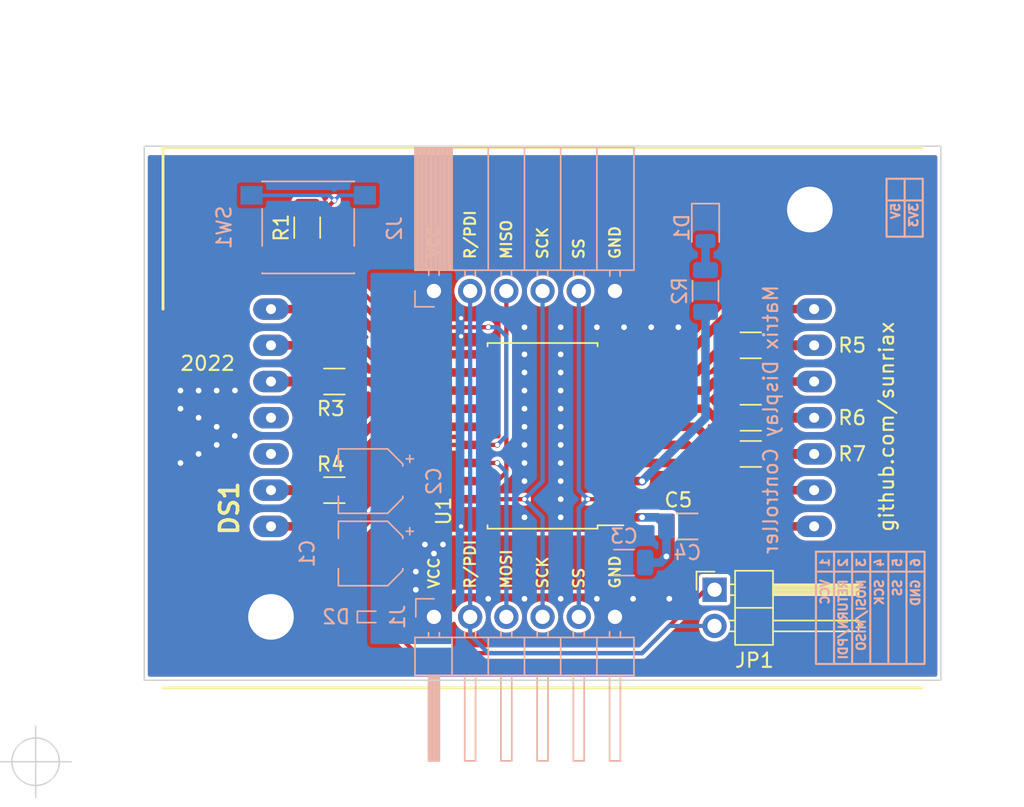
<source format=kicad_pcb>
(kicad_pcb (version 20211014) (generator pcbnew)
  (title_block (title "Matrix Display Controller") (date "2022-02-11") (rev "1.0") (company "g.raf^engineering"))
  (layers (0 "F.Cu" signal) (31 "B.Cu" signal) (34 "B.Paste" user) (35 "F.Paste" user) (36 "B.SilkS" user "B.Silkscreen") (37 "F.SilkS" user "F.Silkscreen") (38 "B.Mask" user) (39 "F.Mask" user) (44 "Edge.Cuts" user))
  (net 0 "")
  (net 1 "VCC")
  (net 2 "/RESET")
  (net 3 "/MOSI")
  (net 4 "/SCK")
  (net 5 "/SS")
  (net 6 "GND")
  (net 7 "/MISO")
  (net 8 "/UPDI")
  (net 9 "Net-(R1-Pad2)")
  (net 10 "Net-(DS1-Pad13)")
  (net 12 "/R7")
  (net 14 "Net-(DS1-Pad3)")
  (net 15 "Net-(DS1-Pad6)")
  (net 16 "/C2")
  (net 17 "/C5")
  (net 18 "/R6")
  (net 19 "/R2")
  (net 20 "/R3")
  (net 21 "/R1")
  (net 22 "Net-(DS1-Pad10)")
  (net 23 "Net-(DS1-Pad11)")
  (net 24 "/R4")
  (net 25 "/R5")
  (net 26 "Net-(D1-Pad2)")
  (net 27 "/C3")
  (net 28 "/C1")
  (net 29 "/C4")
  (net 30 "Net-(R2-Pad2)")
  (footprint "Resistor_SMD:R_1206_3216Metric" (layer "F.Cu") (at 169.545 90.17)
    (fp_text reference "R5" (at 7.112 0) (layer "F.SilkS"))
    (fp_text value "0")
    (fp_line (start -0.727064 -0.91) (end 0.727064 -0.91) (layer "F.SilkS") (width 0.12))
    (fp_line (start -0.727064 0.91) (end 0.727064 0.91) (layer "F.SilkS") (width 0.12))
    (pad "1" smd roundrect locked (at -1.4625 0) (size 1.125 1.75) (layers "F.Cu" "F.Paste" "F.Mask") (roundrect_rratio 0.2222222222) (net 28 "/C1"))
    (pad "2" smd roundrect locked (at 1.4625 0) (size 1.125 1.75) (layers "F.Cu" "F.Paste" "F.Mask") (roundrect_rratio 0.2222222222) (net 10 "Net-(DS1-Pad13)"))
  )
  (footprint "Connector_PinHeader_2.54mm:PinHeader_1x02_P2.54mm_Horizontal" (layer "F.Cu") (at 167.005 107.315)
    (fp_text reference "JP1" (at 2.794 4.953 180) (layer "F.SilkS"))
    (fp_text value " ")
    (fp_line (start 1.44 -1.33) (end 1.44 3.87) (layer "F.SilkS") (width 0.12))
    (fp_line (start -1.27 0) (end -1.27 -1.27) (layer "F.SilkS") (width 0.12))
    (fp_line (start 4.1 2.16) (end 10.1 2.16) (layer "F.SilkS") (width 0.12))
    (fp_line (start 10.1 0.38) (end 4.1 0.38) (layer "F.SilkS") (width 0.12))
    (fp_line (start 10.1 2.16) (end 10.1 2.92) (layer "F.SilkS") (width 0.12))
    (fp_line (start 1.11 -0.38) (end 1.44 -0.38) (layer "F.SilkS") (width 0.12))
    (fp_line (start 1.042929 2.92) (end 1.44 2.92) (layer "F.SilkS") (width 0.12))
    (fp_line (start 4.1 -0.08) (end 10.1 -0.08) (layer "F.SilkS") (width 0.12))
    (fp_line (start 4.1 3.87) (end 4.1 -1.33) (layer "F.SilkS") (width 0.12))
    (fp_line (start 10.1 -0.38) (end 10.1 0.38) (layer "F.SilkS") (width 0.12))
    (fp_line (start -1.27 -1.27) (end 0 -1.27) (layer "F.SilkS") (width 0.12))
    (fp_line (start 1.44 1.27) (end 4.1 1.27) (layer "F.SilkS") (width 0.12))
    (fp_line (start 1.042929 2.16) (end 1.44 2.16) (layer "F.SilkS") (width 0.12))
    (fp_line (start 10.1 2.92) (end 4.1 2.92) (layer "F.SilkS") (width 0.12))
    (fp_line (start 4.1 -0.2) (end 10.1 -0.2) (layer "F.SilkS") (width 0.12))
    (fp_line (start 4.1 -1.33) (end 1.44 -1.33) (layer "F.SilkS") (width 0.12))
    (fp_line (start 4.1 0.16) (end 10.1 0.16) (layer "F.SilkS") (width 0.12))
    (fp_line (start 4.1 -0.38) (end 10.1 -0.38) (layer "F.SilkS") (width 0.12))
    (fp_line (start 4.1 0.04) (end 10.1 0.04) (layer "F.SilkS") (width 0.12))
    (fp_line (start 4.1 0.28) (end 10.1 0.28) (layer "F.SilkS") (width 0.12))
    (fp_line (start 1.44 3.87) (end 4.1 3.87) (layer "F.SilkS") (width 0.12))
    (fp_line (start 1.11 0.38) (end 1.44 0.38) (layer "F.SilkS") (width 0.12))
    (fp_line (start 4.1 -0.32) (end 10.1 -0.32) (layer "F.SilkS") (width 0.12))
    (pad "1" thru_hole rect locked (at 0 0) (size 1.7 1.7) (drill 1) (layers *.Cu *.Mask) (net 2 "/RESET"))
    (pad "2" thru_hole oval locked (at 0 2.54) (size 1.7 1.7) (drill 1) (layers *.Cu *.Mask) (net 8 "/UPDI"))
  )
  (footprint "MountingHole:MountingHole_3.2mm_M3_DIN965_Pad" (layer "F.Cu") (at 135.89 109.22)
    (fp_text reference "H1" hide)
    (fp_text value " ")
    (pad "1" thru_hole circle locked (at 0 0) (size 5.6 5.6) (drill 3.2) (layers *.Cu *.Mask) (net 6 "GND"))
  )
  (footprint "Resistor_SMD:R_1206_3216Metric" (layer "F.Cu") (at 140.335 92.71)
    (fp_text reference "R3" (at -0.254 1.905) (layer "F.SilkS"))
    (fp_text value "0")
    (fp_line (start -0.727064 0.91) (end 0.727064 0.91) (layer "F.SilkS") (width 0.12))
    (fp_line (start -0.727064 -0.91) (end 0.727064 -0.91) (layer "F.SilkS") (width 0.12))
    (pad "1" smd roundrect locked (at -1.4625 0) (size 1.125 1.75) (layers "F.Cu" "F.Paste" "F.Mask") (roundrect_rratio 0.2222222222) (net 14 "Net-(DS1-Pad3)"))
    (pad "2" smd roundrect locked (at 1.4625 0) (size 1.125 1.75) (layers "F.Cu" "F.Paste" "F.Mask") (roundrect_rratio 0.2222222222) (net 16 "/C2"))
  )
  (footprint "Capacitor_SMD:C_1206_3216Metric" (layer "F.Cu") (at 165.1 102.87)
    (fp_text reference "C5" (at -0.635 -1.85) (layer "F.SilkS"))
    (fp_text value "10n")
    (fp_line (start -0.711252 -0.91) (end 0.711252 -0.91) (layer "F.SilkS") (width 0.12))
    (fp_line (start -0.711252 0.91) (end 0.711252 0.91) (layer "F.SilkS") (width 0.12))
    (pad "1" smd roundrect (at -1.475 0) (size 1.15 1.8) (layers "F.Cu" "F.Paste" "F.Mask") (roundrect_rratio 0.2173913043) (net 1 "VCC"))
    (pad "2" smd roundrect (at 1.475 0) (size 1.15 1.8) (layers "F.Cu" "F.Paste" "F.Mask") (roundrect_rratio 0.2173913043) (net 6 "GND"))
  )
  (footprint "TA20-11SRWA:DIPS3810W50P254L3765H870Q14N" (layer "F.Cu") (at 135.89 87.63)
    (fp_text reference "DS1" (at -2.921 13.97 90) (layer "F.SilkS") (effects (font (size 1.27 1.27) (thickness 0.254))))
    (fp_text value "TA20-11SRWA" hide)
    (fp_line (start -7.575 -11.33) (end -7.575 0) (layer "F.SilkS") (width 0.2))
    (fp_line (start 45.675 -11.33) (end -7.575 -11.33) (layer "F.SilkS") (width 0.2))
    (fp_line (start -7.575 26.57) (end 45.675 26.57) (layer "F.SilkS") (width 0.2))
    (pad "1" thru_hole oval locked (at 0 0) (size 2.5 1.5) (drill 0.7) (layers *.Cu *.Mask) (net 25 "/R5"))
    (pad "2" thru_hole oval locked (at 0 2.54) (size 2.5 1.5) (drill 0.7) (layers *.Cu *.Mask) (net 12 "/R7"))
    (pad "3" thru_hole oval locked (at 0 5.08) (size 2.5 1.5) (drill 0.7) (layers *.Cu *.Mask) (net 14 "Net-(DS1-Pad3)"))
    (pad "4" thru_hole oval locked (at 0 7.62) (size 2.5 1.5) (drill 0.7) (layers *.Cu *.Mask))
    (pad "5" thru_hole oval locked (at 0 10.16) (size 2.5 1.5) (drill 0.7) (layers *.Cu *.Mask))
    (pad "6" thru_hole oval locked (at 0 12.7) (size 2.5 1.5) (drill 0.7) (layers *.Cu *.Mask) (net 15 "Net-(DS1-Pad6)"))
    (pad "7" thru_hole oval locked (at 0 15.24) (size 2.5 1.5) (drill 0.7) (layers *.Cu *.Mask) (net 18 "/R6"))
    (pad "8" thru_hole oval locked (at 38.1 15.24) (size 2.5 1.5) (drill 0.7) (layers *.Cu *.Mask) (net 20 "/R3"))
    (pad "9" thru_hole oval locked (at 38.1 12.7) (size 2.5 1.5) (drill 0.7) (layers *.Cu *.Mask) (net 21 "/R1"))
    (pad "10" thru_hole oval locked (at 38.1 10.16) (size 2.5 1.5) (drill 0.7) (layers *.Cu *.Mask) (net 22 "Net-(DS1-Pad10)"))
    (pad "11" thru_hole oval locked (at 38.1 7.62) (size 2.5 1.5) (drill 0.7) (layers *.Cu *.Mask) (net 23 "Net-(DS1-Pad11)"))
    (pad "12" thru_hole oval locked (at 38.1 5.08) (size 2.5 1.5) (drill 0.7) (layers *.Cu *.Mask) (net 24 "/R4"))
    (pad "13" thru_hole oval locked (at 38.1 2.54) (size 2.5 1.5) (drill 0.7) (layers *.Cu *.Mask) (net 10 "Net-(DS1-Pad13)"))
    (pad "14" thru_hole oval locked (at 38.1 0) (size 2.5 1.5) (drill 0.7) (layers *.Cu *.Mask) (net 19 "/R2"))
  )
  (footprint "MountingHole:MountingHole_3.2mm_M3_DIN965_Pad" (layer "F.Cu") (at 173.69 80.645)
    (fp_text reference "H2" hide)
    (fp_text value " ")
    (pad "1" thru_hole circle locked (at 0 0) (size 5.6 5.6) (drill 3.2) (layers *.Cu *.Mask) (net 6 "GND"))
  )
  (footprint "Package_SO:SOIC-20W_7.5x12.8mm_P1.27mm" (layer "F.Cu") (at 154.94 96.52 180)
    (fp_text reference "U1" (at 6.94 -5.28 270) (layer "F.SilkS"))
    (fp_text value "ATtiny406-S" hide)
    (fp_line (start -3.86 -6.51) (end -3.86 -6.275) (layer "F.SilkS") (width 0.12))
    (fp_line (start 3.86 6.51) (end 3.86 6.275) (layer "F.SilkS") (width 0.12))
    (fp_line (start -3.86 6.51) (end -3.86 6.275) (layer "F.SilkS") (width 0.12))
    (fp_line (start -3.86 -6.275) (end -5.675 -6.275) (layer "F.SilkS") (width 0.12))
    (fp_line (start 0 -6.51) (end -3.86 -6.51) (layer "F.SilkS") (width 0.12))
    (fp_line (start 0 6.51) (end -3.86 6.51) (layer "F.SilkS") (width 0.12))
    (fp_line (start 0 -6.51) (end 3.86 -6.51) (layer "F.SilkS") (width 0.12))
    (fp_line (start 0 6.51) (end 3.86 6.51) (layer "F.SilkS") (width 0.12))
    (fp_line (start 3.86 -6.51) (end 3.86 -6.275) (layer "F.SilkS") (width 0.12))
    (pad "1" smd roundrect locked (at -4.65 -5.715 180) (size 2.05 0.6) (layers "F.Cu" "F.Paste" "F.Mask") (net 1 "VCC"))
    (pad "2" smd roundrect locked (at -4.65 -4.445 180) (size 2.05 0.6) (layers "F.Cu" "F.Paste" "F.Mask") (net 5 "/SS"))
    (pad "3" smd roundrect locked (at -4.65 -3.175 180) (size 2.05 0.6) (layers "F.Cu" "F.Paste" "F.Mask") (net 30 "Net-(R2-Pad2)"))
    (pad "4" smd roundrect locked (at -4.65 -1.905 180) (size 2.05 0.6) (layers "F.Cu" "F.Paste" "F.Mask") (net 20 "/R3"))
    (pad "5" smd roundrect locked (at -4.65 -0.635 180) (size 2.05 0.6) (layers "F.Cu" "F.Paste" "F.Mask") (net 21 "/R1"))
    (pad "6" smd roundrect locked (at -4.65 0.635 180) (size 2.05 0.6) (layers "F.Cu" "F.Paste" "F.Mask") (net 29 "/C4"))
    (pad "7" smd roundrect locked (at -4.65 1.905 180) (size 2.05 0.6) (layers "F.Cu" "F.Paste" "F.Mask") (net 27 "/C3"))
    (pad "8" smd roundrect locked (at -4.65 3.175 180) (size 2.05 0.6) (layers "F.Cu" "F.Paste" "F.Mask") (net 24 "/R4"))
    (pad "9" smd roundrect locked (at -4.65 4.445 180) (size 2.05 0.6) (layers "F.Cu" "F.Paste" "F.Mask") (net 28 "/C1"))
    (pad "10" smd roundrect locked (at -4.65 5.715 180) (size 2.05 0.6) (layers "F.Cu" "F.Paste" "F.Mask") (net 19 "/R2"))
    (pad "11" smd roundrect locked (at 4.65 5.715 180) (size 2.05 0.6) (layers "F.Cu" "F.Paste" "F.Mask") (net 25 "/R5"))
    (pad "12" smd roundrect locked (at 4.65 4.445 180) (size 2.05 0.6) (layers "F.Cu" "F.Paste" "F.Mask") (net 12 "/R7"))
    (pad "13" smd roundrect locked (at 4.65 3.175 180) (size 2.05 0.6) (layers "F.Cu" "F.Paste" "F.Mask") (net 16 "/C2"))
    (pad "14" smd roundrect locked (at 4.65 1.905 180) (size 2.05 0.6) (layers "F.Cu" "F.Paste" "F.Mask") (net 17 "/C5"))
    (pad "15" smd roundrect locked (at 4.65 0.635 180) (size 2.05 0.6) (layers "F.Cu" "F.Paste" "F.Mask") (net 18 "/R6"))
    (pad "16" smd roundrect locked (at 4.65 -0.635 180) (size 2.05 0.6) (layers "F.Cu" "F.Paste" "F.Mask") (net 2 "/RESET"))
    (pad "17" smd roundrect locked (at 4.65 -1.905 180) (size 2.05 0.6) (layers "F.Cu" "F.Paste" "F.Mask") (net 3 "/MOSI"))
    (pad "18" smd roundrect locked (at 4.65 -3.175 180) (size 2.05 0.6) (layers "F.Cu" "F.Paste" "F.Mask") (net 7 "/MISO"))
    (pad "19" smd roundrect locked (at 4.65 -4.445 180) (size 2.05 0.6) (layers "F.Cu" "F.Paste" "F.Mask") (net 4 "/SCK"))
    (pad "20" smd roundrect locked (at 4.65 -5.715 180) (size 2.05 0.6) (layers "F.Cu" "F.Paste" "F.Mask") (net 6 "GND"))
  )
  (footprint "Resistor_SMD:R_1206_3216Metric" (layer "F.Cu") (at 140.335 100.33)
    (fp_text reference "R4" (at -0.254 -1.82) (layer "F.SilkS"))
    (fp_text value "0")
    (fp_line (start -0.727064 -0.91) (end 0.727064 -0.91) (layer "F.SilkS") (width 0.12))
    (fp_line (start -0.727064 0.91) (end 0.727064 0.91) (layer "F.SilkS") (width 0.12))
    (pad "1" smd roundrect locked (at -1.4625 0) (size 1.125 1.75) (layers "F.Cu" "F.Paste" "F.Mask") (roundrect_rratio 0.2222222222) (net 15 "Net-(DS1-Pad6)"))
    (pad "2" smd roundrect locked (at 1.4625 0) (size 1.125 1.75) (layers "F.Cu" "F.Paste" "F.Mask") (roundrect_rratio 0.2222222222) (net 17 "/C5"))
  )
  (footprint "Resistor_SMD:R_1206_3216Metric" (layer "F.Cu") (at 138.43 81.915 90)
    (fp_text reference "R1" (at 0 -1.82 90) (layer "F.SilkS"))
    (fp_text value "330")
    (fp_line (start -0.727064 -0.91) (end 0.727064 -0.91) (layer "F.SilkS") (width 0.12))
    (fp_line (start -0.727064 0.91) (end 0.727064 0.91) (layer "F.SilkS") (width 0.12))
    (pad "1" smd roundrect locked (at -1.4625 0 90) (size 1.125 1.75) (layers "F.Cu" "F.Paste" "F.Mask") (roundrect_rratio 0.2222222222) (net 2 "/RESET"))
    (pad "2" smd roundrect locked (at 1.4625 0 90) (size 1.125 1.75) (layers "F.Cu" "F.Paste" "F.Mask") (roundrect_rratio 0.2222222222) (net 9 "Net-(R1-Pad2)"))
  )
  (footprint "Resistor_SMD:R_1206_3216Metric" (layer "F.Cu") (at 169.545 95.25 180)
    (fp_text reference "R6" (at -7.112 0) (layer "F.SilkS"))
    (fp_text value "0")
    (fp_line (start -0.727064 -0.91) (end 0.727064 -0.91) (layer "F.SilkS") (width 0.12))
    (fp_line (start -0.727064 0.91) (end 0.727064 0.91) (layer "F.SilkS") (width 0.12))
    (pad "1" smd roundrect locked (at -1.4625 0 180) (size 1.125 1.75) (layers "F.Cu" "F.Paste" "F.Mask") (roundrect_rratio 0.2222222222) (net 23 "Net-(DS1-Pad11)"))
    (pad "2" smd roundrect locked (at 1.4625 0 180) (size 1.125 1.75) (layers "F.Cu" "F.Paste" "F.Mask") (roundrect_rratio 0.2222222222) (net 27 "/C3"))
  )
  (footprint "Resistor_SMD:R_1206_3216Metric" (layer "F.Cu") (at 169.545 97.79)
    (fp_text reference "R7" (at 7.112 0) (layer "F.SilkS"))
    (fp_text value "0")
    (fp_line (start -0.727064 -0.91) (end 0.727064 -0.91) (layer "F.SilkS") (width 0.12))
    (fp_line (start -0.727064 0.91) (end 0.727064 0.91) (layer "F.SilkS") (width 0.12))
    (pad "1" smd roundrect locked (at -1.4625 0) (size 1.125 1.75) (layers "F.Cu" "F.Paste" "F.Mask") (roundrect_rratio 0.2222222222) (net 29 "/C4"))
    (pad "2" smd roundrect locked (at 1.4625 0) (size 1.125 1.75) (layers "F.Cu" "F.Paste" "F.Mask") (roundrect_rratio 0.2222222222) (net 22 "Net-(DS1-Pad10)"))
  )
  (footprint "Capacitor_SMD:C_1206_3216Metric" (layer "B.Cu") (at 165.1 102.87)
    (fp_text reference "C4" (at 0 1.85) (layer "B.SilkS") (effects (justify mirror)))
    (fp_text value "100n")
    (fp_line (start -0.711252 -0.91) (end 0.711252 -0.91) (layer "B.SilkS") (width 0.12))
    (fp_line (start -0.711252 0.91) (end 0.711252 0.91) (layer "B.SilkS") (width 0.12))
    (pad "1" smd roundrect locked (at -1.475 0) (size 1.15 1.8) (layers "B.Cu" "B.Paste" "B.Mask") (roundrect_rratio 0.2173913043) (net 1 "VCC"))
    (pad "2" smd roundrect locked (at 1.475 0) (size 1.15 1.8) (layers "B.Cu" "B.Paste" "B.Mask") (roundrect_rratio 0.2173913043) (net 6 "GND"))
  )
  (footprint "LED_SMD:LED_0805_2012Metric" (layer "B.Cu") (at 166.37 81.915 -90)
    (fp_text reference "D1" (at 0 1.65 90) (layer "B.SilkS") (effects (justify mirror)))
    (fp_text value "LED")
    (fp_line (start 1 0.96) (end -1.685 0.96) (layer "B.SilkS") (width 0.12))
    (fp_line (start -1.685 -0.96) (end 1 -0.96) (layer "B.SilkS") (width 0.12))
    (fp_line (start -1.685 0.96) (end -1.685 -0.96) (layer "B.SilkS") (width 0.12))
    (pad "1" smd roundrect locked (at -0.9375 0 270) (size 0.975 1.4) (layers "B.Cu" "B.Paste" "B.Mask") (net 6 "GND"))
    (pad "2" smd roundrect locked (at 0.9375 0 270) (size 0.975 1.4) (layers "B.Cu" "B.Paste" "B.Mask") (net 26 "Net-(D1-Pad2)"))
  )
  (footprint "Resistor_SMD:R_1206_3216Metric" (layer "B.Cu") (at 166.37 86.36 -90)
    (fp_text reference "R2" (at 0 1.82 90) (layer "B.SilkS") (effects (justify mirror)))
    (fp_text value "140")
    (fp_line (start -0.727064 0.91) (end 0.727064 0.91) (layer "B.SilkS") (width 0.12))
    (fp_line (start -0.727064 -0.91) (end 0.727064 -0.91) (layer "B.SilkS") (width 0.12))
    (pad "1" smd roundrect locked (at -1.4625 0 270) (size 1.125 1.75) (layers "B.Cu" "B.Paste" "B.Mask") (roundrect_rratio 0.2222222222) (net 26 "Net-(D1-Pad2)"))
    (pad "2" smd roundrect locked (at 1.4625 0 270) (size 1.125 1.75) (layers "B.Cu" "B.Paste" "B.Mask") (roundrect_rratio 0.2222222222) (net 30 "Net-(R2-Pad2)"))
  )
  (footprint "Button_Switch_SMD:SW_Push_1P1T_NO_6x6mm_H9.5mm" (layer "B.Cu") (at 138.5 81.9)
    (fp_text reference "SW1" (at -5.9 0 90) (layer "B.SilkS") (effects (justify mirror)))
    (fp_text value "SW_Push")
    (fp_line (start 3.23 1.3) (end 3.23 -1.3) (layer "B.SilkS") (width 0.12))
    (fp_line (start 3.23 3.23) (end 3.23 3.2) (layer "B.SilkS") (width 0.12))
    (fp_line (start -3.23 -3.23) (end -3.23 -3.2) (layer "B.SilkS") (width 0.12))
    (fp_line (start 3.23 -3.23) (end 3.23 -3.2) (layer "B.SilkS") (width 0.12))
    (fp_line (start -3.23 -3.23) (end 3.23 -3.23) (layer "B.SilkS") (width 0.12))
    (fp_line (start -3.23 3.23) (end 3.23 3.23) (layer "B.SilkS") (width 0.12))
    (fp_line (start -3.23 3.2) (end -3.23 3.23) (layer "B.SilkS") (width 0.12))
    (fp_line (start -3.23 1.3) (end -3.23 -1.3) (layer "B.SilkS") (width 0.12))
    (pad "1" smd rect (at 3.975 2.25) (size 1.55 1.3) (layers "B.Cu" "B.Paste" "B.Mask") (net 6 "GND"))
    (pad "1" smd rect (at -3.975 2.25) (size 1.55 1.3) (layers "B.Cu" "B.Paste" "B.Mask") (net 6 "GND"))
    (pad "2" smd rect (at 3.975 -2.25) (size 1.55 1.3) (layers "B.Cu" "B.Paste" "B.Mask") (net 9 "Net-(R1-Pad2)"))
    (pad "2" smd rect (at -3.975 -2.25) (size 1.55 1.3) (layers "B.Cu" "B.Paste" "B.Mask") (net 9 "Net-(R1-Pad2)"))
  )
  (footprint "Capacitor_SMD:CP_Elec_4x5.8" (layer "B.Cu") (at 142.875 99.695 180)
    (fp_text reference "C2" (at -4.445 0 90) (layer "B.SilkS") (effects (justify mirror)))
    (fp_text value "10u")
    (fp_line (start -1.195563 -2.26) (end 2.26 -2.26) (layer "B.SilkS") (width 0.12))
    (fp_line (start -2.26 1.195563) (end -2.26 1.06) (layer "B.SilkS") (width 0.12))
    (fp_line (start 2.26 2.26) (end 2.26 1.06) (layer "B.SilkS") (width 0.12))
    (fp_line (start -2.26 -1.195563) (end -2.26 -1.06) (layer "B.SilkS") (width 0.12))
    (fp_line (start -2.26 -1.195563) (end -1.195563 -2.26) (layer "B.SilkS") (width 0.12))
    (fp_line (start -3 1.56) (end -2.5 1.56) (layer "B.SilkS") (width 0.12))
    (fp_line (start -2.75 1.81) (end -2.75 1.31) (layer "B.SilkS") (width 0.12))
    (fp_line (start -1.195563 2.26) (end 2.26 2.26) (layer "B.SilkS") (width 0.12))
    (fp_line (start -2.26 1.195563) (end -1.195563 2.26) (layer "B.SilkS") (width 0.12))
    (fp_line (start 2.26 -2.26) (end 2.26 -1.06) (layer "B.SilkS") (width 0.12))
    (pad "1" smd roundrect locked (at -1.8 0 180) (size 2.6 1.6) (layers "B.Cu" "B.Paste" "B.Mask") (roundrect_rratio 0.15625) (net 1 "VCC"))
    (pad "2" smd roundrect locked (at 1.8 0 180) (size 2.6 1.6) (layers "B.Cu" "B.Paste" "B.Mask") (roundrect_rratio 0.15625) (net 6 "GND"))
  )
  (footprint "Connector_PinSocket_2.54mm:PinSocket_1x06_P2.54mm_Horizontal" (layer "B.Cu") (at 147.32 86.36 -90)
    (fp_text reference "J2" (at -4.38 2.77 90) (layer "B.SilkS") (effects (justify mirror)))
    (fp_text value "Conn_01x06_Female")
    (fp_line (start -10.09 -3.81) (end -1.46 -3.81) (layer "B.SilkS") (width 0.12))
    (fp_line (start -10.09 1.33) (end -10.09 -14.03) (layer "B.SilkS") (width 0.12))
    (fp_line (start -1.46 -0.36) (end -1.11 -0.36) (layer "B.SilkS") (width 0.12))
    (fp_line (start -1.46 -9.8) (end -1.05 -9.8) (layer "B.SilkS") (width 0.12))
    (fp_line (start -10.09 -14.03) (end -1.46 -14.03) (layer "B.SilkS") (width 0.12))
    (fp_line (start -10.09 -0.44333) (end -1.46 -0.44333) (layer "B.SilkS") (width 0.12))
    (fp_line (start -1.46 -12.34) (end -1.05 -12.34) (layer "B.SilkS") (width 0.12))
    (fp_line (start -10.09 -6.35) (end -1.46 -6.35) (layer "B.SilkS") (width 0.12))
    (fp_line (start -1.46 -7.98) (end -1.05 -7.98) (layer "B.SilkS") (width 0.12))
    (fp_line (start -1.46 -7.26) (end -1.05 -7.26) (layer "B.SilkS") (width 0.12))
    (fp_line (start -10.09 -1.1519) (end -1.46 -1.1519) (layer "B.SilkS") (width 0.12))
    (fp_line (start -1.46 -13.06) (end -1.05 -13.06) (layer "B.SilkS") (width 0.12))
    (fp_line (start -10.09 0.147145) (end -1.46 0.147145) (layer "B.SilkS") (width 0.12))
    (fp_line (start -10.09 0.383335) (end -1.46 0.383335) (layer "B.SilkS") (width 0.12))
    (fp_line (start -1.46 -2.9) (end -1.05 -2.9) (layer "B.SilkS") (width 0.12))
    (fp_line (start -1.46 -2.18) (end -1.05 -2.18) (layer "B.SilkS") (width 0.12))
    (fp_line (start -10.09 0.619525) (end -1.46 0.619525) (layer "B.SilkS") (width 0.12))
    (fp_line (start -10.09 -1.27) (end -1.46 -1.27) (layer "B.SilkS") (width 0.12))
    (fp_line (start -10.09 0.855715) (end -1.46 0.855715) (layer "B.SilkS") (width 0.12))
    (fp_line (start -1.46 -5.44) (end -1.05 -5.44) (layer "B.SilkS") (width 0.12))
    (fp_line (start -10.09 0.97381) (end -1.46 0.97381) (layer "B.SilkS") (width 0.12))
    (fp_line (start -10.09 0.26524) (end -1.46 0.26524) (layer "B.SilkS") (width 0.12))
    (fp_line (start -10.09 -1.033805) (end -1.46 -1.033805) (layer "B.SilkS") (width 0.12))
    (fp_line (start 1.11 1.33) (end 1.11 0) (layer "B.SilkS") (width 0.12))
    (fp_line (start -10.09 0.50143) (end -1.46 0.50143) (layer "B.SilkS") (width 0.12))
    (fp_line (start -10.09 -0.91571) (end -1.46 -0.91571) (layer "B.SilkS") (width 0.12))
    (fp_line (start -10.09 0.02905) (end -1.46 0.02905) (layer "B.SilkS") (width 0.12))
    (fp_line (start -10.09 -8.89) (end -1.46 -8.89) (layer "B.SilkS") (width 0.12))
    (fp_line (start -10.09 0.73762) (end -1.46 0.73762) (layer "B.SilkS") (width 0.12))
    (fp_line (start -10.09 -0.67952) (end -1.46 -0.67952) (layer "B.SilkS") (width 0.12))
    (fp_line (start -1.46 0.36) (end -1.11 0.36) (layer "B.SilkS") (width 0.12))
    (fp_line (start -10.09 -0.089045) (end -1.46 -0.089045) (layer "B.SilkS") (width 0.12))
    (fp_line (start -1.46 -4.72) (end -1.05 -4.72) (layer "B.SilkS") (width 0.12))
    (fp_line (start -10.09 1.33) (end -1.46 1.33) (layer "B.SilkS") (width 0.12))
    (fp_line (start 0 1.33) (end 1.11 1.33) (layer "B.SilkS") (width 0.12))
    (fp_line (start -10.09 -0.325235) (end -1.46 -0.325235) (layer "B.SilkS") (width 0.12))
    (fp_line (start -10.09 1.091905) (end -1.46 1.091905) (layer "B.SilkS") (width 0.12))
    (fp_line (start -10.09 -0.561425) (end -1.46 -0.561425) (layer "B.SilkS") (width 0.12))
    (fp_line (start -1.46 1.33) (end -1.46 -14.03) (layer "B.SilkS") (width 0.12))
    (fp_line (start -10.09 1.21) (end -1.46 1.21) (layer "B.SilkS") (width 0.12))
    (fp_line (start -10.09 -0.797615) (end -1.46 -0.797615) (layer "B.SilkS") (width 0.12))
    (fp_line (start -10.09 -0.20714) (end -1.46 -0.20714) (layer "B.SilkS") (width 0.12))
    (fp_line (start -10.09 -11.43) (end -1.46 -11.43) (layer "B.SilkS") (width 0.12))
    (fp_line (start -1.46 -10.52) (end -1.05 -10.52) (layer "B.SilkS") (width 0.12))
    (pad "1" thru_hole rect locked (at 0 0 270) (size 1.7 1.7) (drill 1) (layers *.Cu *.Mask) (net 1 "VCC"))
    (pad "2" thru_hole oval locked (at 0 -2.54 270) (size 1.7 1.7) (drill 1) (layers *.Cu *.Mask) (net 8 "/UPDI"))
    (pad "3" thru_hole oval locked (at 0 -5.08 270) (size 1.7 1.7) (drill 1) (layers *.Cu *.Mask) (net 7 "/MISO"))
    (pad "4" thru_hole oval locked (at 0 -7.62 270) (size 1.7 1.7) (drill 1) (layers *.Cu *.Mask) (net 4 "/SCK"))
    (pad "5" thru_hole oval locked (at 0 -10.16 270) (size 1.7 1.7) (drill 1) (layers *.Cu *.Mask) (net 5 "/SS"))
    (pad "6" thru_hole oval locked (at 0 -12.7 270) (size 1.7 1.7) (drill 1) (layers *.Cu *.Mask) (net 6 "GND"))
  )
  (footprint "Capacitor_SMD:CP_Elec_4x5.8" (layer "B.Cu") (at 142.875 104.775 180)
    (fp_text reference "C1" (at 4.445 0 90) (layer "B.SilkS") (effects (justify mirror)))
    (fp_text value "10u")
    (fp_line (start -1.195563 -2.26) (end 2.26 -2.26) (layer "B.SilkS") (width 0.12))
    (fp_line (start -2.26 -1.195563) (end -1.195563 -2.26) (layer "B.SilkS") (width 0.12))
    (fp_line (start 2.26 -2.26) (end 2.26 -1.06) (layer "B.SilkS") (width 0.12))
    (fp_line (start -3 1.56) (end -2.5 1.56) (layer "B.SilkS") (width 0.12))
    (fp_line (start 2.26 2.26) (end 2.26 1.06) (layer "B.SilkS") (width 0.12))
    (fp_line (start -2.26 1.195563) (end -2.26 1.06) (layer "B.SilkS") (width 0.12))
    (fp_line (start -2.26 1.195563) (end -1.195563 2.26) (layer "B.SilkS") (width 0.12))
    (fp_line (start -1.195563 2.26) (end 2.26 2.26) (layer "B.SilkS") (width 0.12))
    (fp_line (start -2.75 1.81) (end -2.75 1.31) (layer "B.SilkS") (width 0.12))
    (fp_line (start -2.26 -1.195563) (end -2.26 -1.06) (layer "B.SilkS") (width 0.12))
    (pad "1" smd roundrect locked (at -1.8 0 180) (size 2.6 1.6) (layers "B.Cu" "B.Paste" "B.Mask") (roundrect_rratio 0.15625) (net 1 "VCC"))
    (pad "2" smd roundrect locked (at 1.8 0 180) (size 2.6 1.6) (layers "B.Cu" "B.Paste" "B.Mask") (roundrect_rratio 0.15625) (net 6 "GND"))
  )
  (footprint "Connector_PinHeader_2.54mm:PinHeader_1x06_P2.54mm_Horizontal" (layer "B.Cu") (at 147.32 109.22 -90)
    (fp_text reference "J1" (at 0 2.54 90) (layer "B.SilkS") (effects (justify mirror)))
    (fp_text value "Conn_01x06_Male")
    (fp_line (start 1.042929 -2.16) (end 1.44 -2.16) (layer "B.SilkS") (width 0.12))
    (fp_line (start 1.042929 -5.46) (end 1.44 -5.46) (layer "B.SilkS") (width 0.12))
    (fp_line (start -1.27 1.27) (end 0 1.27) (layer "B.SilkS") (width 0.12))
    (fp_line (start 10.1 -2.16) (end 10.1 -2.92) (layer "B.SilkS") (width 0.12))
    (fp_line (start 1.44 -11.43) (end 4.1 -11.43) (layer "B.SilkS") (width 0.12))
    (fp_line (start 4.1 -0.16) (end 10.1 -0.16) (layer "B.SilkS") (width 0.12))
    (fp_line (start 4.1 0.38) (end 10.1 0.38) (layer "B.SilkS") (width 0.12))
    (fp_line (start 10.1 -4.7) (end 10.1 -5.46) (layer "B.SilkS") (width 0.12))
    (fp_line (start 10.1 -0.38) (end 4.1 -0.38) (layer "B.SilkS") (width 0.12))
    (fp_line (start 1.44 -3.81) (end 4.1 -3.81) (layer "B.SilkS") (width 0.12))
    (fp_line (start 10.1 0.38) (end 10.1 -0.38) (layer "B.SilkS") (width 0.12))
    (fp_line (start 4.1 -14.03) (end 4.1 1.33) (layer "B.SilkS") (width 0.12))
    (fp_line (start 1.042929 -12.32) (end 1.44 -12.32) (layer "B.SilkS") (width 0.12))
    (fp_line (start 1.042929 -8) (end 1.44 -8) (layer "B.SilkS") (width 0.12))
    (fp_line (start 4.1 -9.78) (end 10.1 -9.78) (layer "B.SilkS") (width 0.12))
    (fp_line (start 1.042929 -4.7) (end 1.44 -4.7) (layer "B.SilkS") (width 0.12))
    (fp_line (start 4.1 -0.04) (end 10.1 -0.04) (layer "B.SilkS") (width 0.12))
    (fp_line (start 4.1 0.2) (end 10.1 0.2) (layer "B.SilkS") (width 0.12))
    (fp_line (start 1.44 -6.35) (end 4.1 -6.35) (layer "B.SilkS") (width 0.12))
    (fp_line (start -1.27 0) (end -1.27 1.27) (layer "B.SilkS") (width 0.12))
    (fp_line (start 4.1 -7.24) (end 10.1 -7.24) (layer "B.SilkS") (width 0.12))
    (fp_line (start 1.44 -8.89) (end 4.1 -8.89) (layer "B.SilkS") (width 0.12))
    (fp_line (start 1.042929 -13.08) (end 1.44 -13.08) (layer "B.SilkS") (width 0.12))
    (fp_line (start 4.1 -12.32) (end 10.1 -12.32) (layer "B.SilkS") (width 0.12))
    (fp_line (start 1.11 0.38) (end 1.44 0.38) (layer "B.SilkS") (width 0.12))
    (fp_line (start 4.1 -4.7) (end 10.1 -4.7) (layer "B.SilkS") (width 0.12))
    (fp_line (start 10.1 -9.78) (end 10.1 -10.54) (layer "B.SilkS") (width 0.12))
    (fp_line (start 4.1 1.33) (end 1.44 1.33) (layer "B.SilkS") (width 0.12))
    (fp_line (start 10.1 -5.46) (end 4.1 -5.46) (layer "B.SilkS") (width 0.12))
    (fp_line (start 1.042929 -10.54) (end 1.44 -10.54) (layer "B.SilkS") (width 0.12))
    (fp_line (start 4.1 -2.16) (end 10.1 -2.16) (layer "B.SilkS") (width 0.12))
    (fp_line (start 10.1 -2.92) (end 4.1 -2.92) (layer "B.SilkS") (width 0.12))
    (fp_line (start 1.44 1.33) (end 1.44 -14.03) (layer "B.SilkS") (width 0.12))
    (fp_line (start 10.1 -7.24) (end 10.1 -8) (layer "B.SilkS") (width 0.12))
    (fp_line (start 10.1 -8) (end 4.1 -8) (layer "B.SilkS") (width 0.12))
    (fp_line (start 10.1 -12.32) (end 10.1 -13.08) (layer "B.SilkS") (width 0.12))
    (fp_line (start 1.042929 -9.78) (end 1.44 -9.78) (layer "B.SilkS") (width 0.12))
    (fp_line (start 4.1 -0.28) (end 10.1 -0.28) (layer "B.SilkS") (width 0.12))
    (fp_line (start 1.042929 -7.24) (end 1.44 -7.24) (layer "B.SilkS") (width 0.12))
    (fp_line (start 10.1 -13.08) (end 4.1 -13.08) (layer "B.SilkS") (width 0.12))
    (fp_line (start 1.44 -1.27) (end 4.1 -1.27) (layer "B.SilkS") (width 0.12))
    (fp_line (start 4.1 0.08) (end 10.1 0.08) (layer "B.SilkS") (width 0.12))
    (fp_line (start 1.042929 -2.92) (end 1.44 -2.92) (layer "B.SilkS") (width 0.12))
    (fp_line (start 1.11 -0.38) (end 1.44 -0.38) (layer "B.SilkS") (width 0.12))
    (fp_line (start 10.1 -10.54) (end 4.1 -10.54) (layer "B.SilkS") (width 0.12))
    (fp_line (start 1.44 -14.03) (end 4.1 -14.03) (layer "B.SilkS") (width 0.12))
    (fp_line (start 4.1 0.32) (end 10.1 0.32) (layer "B.SilkS") (width 0.12))
    (pad "1" thru_hole rect locked (at 0 0 270) (size 1.7 1.7) (drill 1) (layers *.Cu *.Mask) (net 1 "VCC"))
    (pad "2" thru_hole oval locked (at 0 -2.54 270) (size 1.7 1.7) (drill 1) (layers *.Cu *.Mask) (net 8 "/UPDI"))
    (pad "3" thru_hole oval locked (at 0 -5.08 270) (size 1.7 1.7) (drill 1) (layers *.Cu *.Mask) (net 3 "/MOSI"))
    (pad "4" thru_hole oval locked (at 0 -7.62 270) (size 1.7 1.7) (drill 1) (layers *.Cu *.Mask) (net 4 "/SCK"))
    (pad "5" thru_hole oval locked (at 0 -10.16 270) (size 1.7 1.7) (drill 1) (layers *.Cu *.Mask) (net 5 "/SS"))
    (pad "6" thru_hole oval locked (at 0 -12.7 270) (size 1.7 1.7) (drill 1) (layers *.Cu *.Mask) (net 6 "GND"))
  )
  (footprint "Capacitor_SMD:C_1206_3216Metric" (layer "B.Cu") (at 160.655 105.41 180)
    (fp_text reference "C3" (at 0 1.85) (layer "B.SilkS") (effects (justify mirror)))
    (fp_text value "100n")
    (fp_line (start -0.711252 -0.91) (end 0.711252 -0.91) (layer "B.SilkS") (width 0.12))
    (fp_line (start -0.711252 0.91) (end 0.711252 0.91) (layer "B.SilkS") (width 0.12))
    (pad "1" smd roundrect locked (at -1.475 0 180) (size 1.15 1.8) (layers "B.Cu" "B.Paste" "B.Mask") (roundrect_rratio 0.2173913043) (net 1 "VCC"))
    (pad "2" smd roundrect locked (at 1.475 0 180) (size 1.15 1.8) (layers "B.Cu" "B.Paste" "B.Mask") (roundrect_rratio 0.2173913043) (net 6 "GND"))
  )
  (footprint "Diode_SMD:D_SOD-923" (layer "B.Cu") (at 142.748 109.22)
    (fp_text reference "D2" (at -2.286 0) (layer "B.SilkS") (effects (justify mirror)))
    (fp_text value "ESD9B5.0ST5G")
    (fp_line (start 0.5 -0.4) (end -0.8 -0.4) (layer "B.SilkS") (width 0.12))
    (fp_line (start -0.8 0.4) (end -0.8 -0.4) (layer "B.SilkS") (width 0.12))
    (fp_line (start 0.5 0.4) (end -0.8 0.4) (layer "B.SilkS") (width 0.12))
    (pad "1" smd rect (at -0.42 0 180) (size 0.36 0.25) (layers "B.Cu" "B.Paste" "B.Mask") (net 6 "GND"))
    (pad "2" smd rect (at 0.42 0 180) (size 0.36 0.25) (layers "B.Cu" "B.Paste" "B.Mask") (net 1 "VCC"))
  )
  (gr_rect (start 179.07 78.486) (end 181.61 82.55) (layer "B.SilkS") (width 0.15) (fill none))
  (gr_line (start 175.387 112.522) (end 175.387 104.648) (layer "B.SilkS") (width 0.15))
  (gr_line (start 177.927 112.522) (end 177.927 104.648) (layer "B.SilkS") (width 0.15))
  (gr_rect (start 174.117 104.648) (end 181.737 112.522) (layer "B.SilkS") (width 0.15) (fill none))
  (gr_line (start 179.197 112.522) (end 179.197 104.648) (layer "B.SilkS") (width 0.15))
  (gr_line (start 179.07 80.01) (end 181.61 80.01) (layer "B.SilkS") (width 0.15))
  (gr_line (start 176.657 112.522) (end 176.657 104.648) (layer "B.SilkS") (width 0.15))
  (gr_line (start 174.117 106.045) (end 181.737 106.045) (layer "B.SilkS") (width 0.15))
  (gr_line (start 180.467 112.522) (end 180.467 104.648) (layer "B.SilkS") (width 0.15))
  (gr_line (start 180.34 78.486) (end 180.34 82.55) (layer "B.SilkS") (width 0.15))
  (gr_rect (start 127 76.2) (end 182.88 113.665) (layer "Edge.Cuts") (width 0.1) (fill none))
  (gr_text "   5V" (at 179.705 78.74 90) (layer "B.SilkS") (effects (font (size 0.6 0.6)) (justify left mirror)))
  (gr_text "2  RETURN/PDI" (at 176.022 105.029 90) (layer "B.SilkS") (effects (font (size 0.6 0.6)) (justify left mirror)))
  (gr_text "Matrix Display Controller" (at 170.942 95.377 90) (layer "B.SilkS") (effects (font (size 1 1)) (justify mirror)))
  (gr_text "5  SS" (at 179.832 105.029 90) (layer "B.SilkS") (effects (font (size 0.6 0.6)) (justify left mirror)))
  (gr_text "4  SCK" (at 178.562 105.029 90) (layer "B.SilkS") (effects (font (size 0.6 0.6)) (justify left mirror)))
  (gr_text "3  MOSI/MISO" (at 177.292 105.029 90) (layer "B.SilkS") (effects (font (size 0.6 0.6)) (justify left mirror)))
  (gr_text "6  GND" (at 181.102 105.029 90) (layer "B.SilkS") (effects (font (size 0.6 0.6)) (justify left mirror)))
  (gr_text "1  VCC" (at 174.752 105.029 90) (layer "B.SilkS") (effects (font (size 0.6 0.6)) (justify left mirror)))
  (gr_text "   3V3" (at 180.975 78.74 90) (layer "B.SilkS") (effects (font (size 0.6 0.6)) (justify left mirror)))
  (gr_text "MISO" (at 152.4 84.201 90) (layer "F.SilkS") (effects (font (size 0.75 0.75)) (justify left)))
  (gr_text "GND" (at 160.02 84.201 90) (layer "F.SilkS") (effects (font (size 0.75 0.75)) (justify left)))
  (gr_text "SCK" (at 154.94 84.201 90) (layer "F.SilkS") (effects (font (size 0.75 0.75)) (justify left)))
  (gr_text "SS" (at 157.48 84.201 90) (layer "F.SilkS") (effects (font (size 0.75 0.75)) (justify left)))
  (gr_text "2022" (at 131.445 91.44) (layer "F.SilkS") (effects (font (size 1 1))))
  (gr_text "MOSI" (at 152.4 107.315 90) (layer "F.SilkS") (effects (font (size 0.75 0.75)) (justify left)))
  (gr_text "github.com/sunriax" (at 179.07 95.885 90) (layer "F.SilkS") (effects (font (size 1 1))))
  (gr_text "SCK" (at 154.94 107.315 90) (layer "F.SilkS") (effects (font (size 0.75 0.75)) (justify left)))
  (gr_text "SS" (at 157.48 107.315 90) (layer "F.SilkS") (effects (font (size 0.75 0.75)) (justify left)))
  (gr_text "VCC" (at 147.32 84.074 90) (layer "F.SilkS") (effects (font (size 0.75 0.75)) (justify left)))
  (gr_text "VCC" (at 147.32 107.315 90) (layer "F.SilkS") (effects (font (size 0.75 0.75)) (justify left)))
  (gr_text "GND" (at 160.02 107.315 90) (layer "F.SilkS") (effects (font (size 0.75 0.75)) (justify left)))
  (gr_text "R/PDI" (at 149.86 107.315 90) (layer "F.SilkS") (effects (font (size 0.75 0.75)) (justify left)))
  (gr_text "R/PDI" (at 149.86 84.201 90) (layer "F.SilkS") (effects (font (size 0.75 0.75)) (justify left)))
  (target plus (at 119.38 119.38) (size 5) (width 0.1) (layer "Edge.Cuts"))
  (segment (start 159.59 102.235) (end 161.925 102.235) (width 0.6) (layer "F.Cu") (net 1))
  (segment (start 162.99 102.235) (end 163.625 102.87) (width 0.6) (layer "F.Cu") (net 1))
  (segment (start 161.925 102.235) (end 162.99 102.235) (width 0.6) (layer "F.Cu") (net 1))
  (via (at 146.05 107.315) (size 0.6) (drill 0.4) (layers "F.Cu" "B.Cu") (net 1))
  (via (at 147.955 104.14) (size 0.6) (drill 0.4) (layers "F.Cu" "B.Cu") (net 1))
  (via (at 147.32 104.775) (size 0.6) (drill 0.4) (layers "F.Cu" "B.Cu") (net 1))
  (via (at 163.625 104.98) (size 0.6) (drill 0.4) (layers "F.Cu" "B.Cu") (net 1))
  (via (at 146.685 104.14) (size 0.6) (drill 0.4) (layers "F.Cu" "B.Cu") (net 1))
  (via (at 161.925 102.235) (size 0.6) (drill 0.4) (layers "F.Cu" "B.Cu") (net 1))
  (via (at 146.05 106.045) (size 0.6) (drill 0.4) (layers "F.Cu" "B.Cu") (net 1))
  (segment (start 161.925 102.235) (end 162.99 102.235) (width 0.6) (layer "B.Cu") (net 1))
  (segment (start 162.99 102.235) (end 163.625 102.87) (width 0.6) (layer "B.Cu") (net 1))
  (segment (start 162.13 105.41) (end 163.195 105.41) (width 0.6) (layer "B.Cu") (net 1))
  (segment (start 163.195 105.41) (end 163.625 104.98) (width 0.6) (layer "B.Cu") (net 1))
  (segment (start 163.625 104.98) (end 163.625 102.87) (width 0.6) (layer "B.Cu") (net 1))
  (segment (start 161.925 111.76) (end 166.37 107.315) (width 0.3) (layer "F.Cu") (net 2))
  (segment (start 144.78 98.425) (end 144.78 110.49) (width 0.3) (layer "F.Cu") (net 2))
  (segment (start 146.05 97.155) (end 144.78 98.425) (width 0.3) (layer "F.Cu") (net 2))
  (segment (start 144.78 88.9) (end 139.2575 83.3775) (width 0.3) (layer "F.Cu") (net 2))
  (segment (start 139.2575 83.3775) (end 138.43 83.3775) (width 0.3) (layer "F.Cu") (net 2))
  (segment (start 146.05 111.76) (end 161.925 111.76) (width 0.3) (layer "F.Cu") (net 2))
  (segment (start 150.29 97.155) (end 151.765 97.155) (width 0.3) (layer "F.Cu") (net 2))
  (segment (start 166.37 107.315) (end 167.005 107.315) (width 0.3) (layer "F.Cu") (net 2))
  (segment (start 150.29 97.155) (end 146.05 97.155) (width 0.3) (layer "F.Cu") (net 2))
  (segment (start 151.13 88.9) (end 144.78 88.9) (width 0.3) (layer "F.Cu") (net 2))
  (segment (start 144.78 110.49) (end 146.05 111.76) (width 0.3) (layer "F.Cu") (net 2))
  (via (at 151.765 97.155) (size 0.4) (drill 0.3) (layers "F.Cu" "B.Cu") (net 2))
  (via (at 151.13 88.9) (size 0.4) (drill 0.3) (layers "F.Cu" "B.Cu") (net 2))
  (segment (start 151.765 97.155) (end 152.4 96.52) (width 0.3) (layer "B.Cu") (net 2))
  (segment (start 151.765 88.9) (end 151.13 88.9) (width 0.3) (layer "B.Cu") (net 2))
  (segment (start 152.4 89.535) (end 151.765 88.9) (width 0.3) (layer "B.Cu") (net 2))
  (segment (start 152.4 96.52) (end 152.4 89.535) (width 0.3) (layer "B.Cu") (net 2))
  (segment (start 150.29 98.425) (end 151.765 98.425) (width 0.3) (layer "F.Cu") (net 3))
  (via (at 151.765 98.425) (size 0.4) (drill 0.3) (layers "F.Cu" "B.Cu") (net 3))
  (segment (start 152.4 109.855) (end 152.4 99.06) (width 0.3) (layer "B.Cu") (net 3))
  (segment (start 152.4 99.06) (end 151.765 98.425) (width 0.3) (layer "B.Cu") (net 3))
  (segment (start 153.67 100.965) (end 150.925 100.965) (width 0.3) (layer "F.Cu") (net 4))
  (via (at 153.67 100.965) (size 0.4) (drill 0.3) (layers "F.Cu" "B.Cu") (net 4))
  (segment (start 153.67 100.965) (end 154.94 99.695) (width 0.3) (layer "B.Cu") (net 4))
  (segment (start 154.94 102.235) (end 153.67 100.965) (width 0.3) (layer "B.Cu") (net 4))
  (segment (start 154.94 109.22) (end 154.94 102.235) (width 0.3) (layer "B.Cu") (net 4))
  (segment (start 154.94 99.695) (end 154.94 86.36) (width 0.3) (layer "B.Cu") (net 4))
  (segment (start 158.115 100.965) (end 159.59 100.965) (width 0.3) (layer "F.Cu") (net 5))
  (via (at 158.115 100.965) (size 0.4) (drill 0.3) (layers "F.Cu" "B.Cu") (net 5))
  (segment (start 157.48 109.22) (end 157.48 101.6) (width 0.3) (layer "B.Cu") (net 5))
  (segment (start 158.115 100.965) (end 157.48 100.33) (width 0.3) (layer "B.Cu") (net 5))
  (segment (start 157.48 100.33) (end 157.48 86.36) (width 0.3) (layer "B.Cu") (net 5))
  (segment (start 157.48 101.6) (end 158.115 100.965) (width 0.3) (layer "B.Cu") (net 5))
  (via (at 149.225 102.87) (size 0.4) (drill 0.3) (layers "F.Cu" "B.Cu") (net 6))
  (via (at 133.36355 93.337454) (size 0.8) (drill 0.4) (layers "F.Cu" "B.Cu") (net 6))
  (via (at 156.21 98.425) (size 0.6) (drill 0.4) (layers "F.Cu" "B.Cu") (net 6))
  (via (at 156.21 97.155) (size 0.6) (drill 0.4) (layers "F.Cu" "B.Cu") (net 6))
  (via (at 130.81 95.25) (size 0.8) (drill 0.4) (layers "F.Cu" "B.Cu") (net 6))
  (via (at 153.67 88.9) (size 0.6) (drill 0.4) (layers "F.Cu" "B.Cu") (net 6))
  (via (at 160.655 88.9) (size 0.6) (drill 0.4) (layers "F.Cu" "B.Cu") (net 6))
  (via (at 149.225 89.535) (size 0.4) (drill 0.3) (layers "F.Cu" "B.Cu") (net 6))
  (via (at 151.13 107.95) (size 0.6) (drill 0.4) (layers "F.Cu" "B.Cu") (net 6))
  (via (at 153.67 90.805) (size 0.6) (drill 0.4) (layers "F.Cu" "B.Cu") (net 6))
  (via (at 156.21 102.235) (size 0.6) (drill 0.4) (layers "F.Cu" "B.Cu") (net 6))
  (via (at 133.35 96.52) (size 0.8) (drill 0.4) (layers "F.Cu" "B.Cu") (net 6))
  (via (at 130.81 97.79) (size 0.8) (drill 0.4) (layers "F.Cu" "B.Cu") (net 6))
  (via (at 163.83 107.95) (size 0.6) (drill 0.4) (layers "F.Cu" "B.Cu") (net 6))
  (via (at 132.08 95.885) (size 0.8) (drill 0.4) (layers "F.Cu" "B.Cu") (net 6))
  (via (at 153.67 98.425) (size 0.6) (drill 0.4) (layers "F.Cu" "B.Cu") (net 6))
  (via (at 156.21 95.885) (size 0.6) (drill 0.4) (layers "F.Cu" "B.Cu") (net 6))
  (via (at 156.21 107.95) (size 0.6) (drill 0.4) (layers "F.Cu" "B.Cu") (net 6))
  (via (at 153.67 99.695) (size 0.6) (drill 0.4) (layers "F.Cu" "B.Cu") (net 6))
  (via (at 130.81 93.345) (size 0.8) (drill 0.4) (layers "F.Cu" "B.Cu") (net 6))
  (via (at 153.67 97.155) (size 0.6) (drill 0.4) (layers "F.Cu" "B.Cu") (net 6))
  (via (at 153.67 93.345) (size 0.6) (drill 0.4) (layers "F.Cu" "B.Cu") (net 6))
  (via (at 156.21 93.345) (size 0.6) (drill 0.4) (layers "F.Cu" "B.Cu") (net 6))
  (via (at 156.21 100.965) (size 0.6) (drill 0.4) (layers "F.Cu" "B.Cu") (net 6))
  (via (at 164.465 88.9) (size 0.6) (drill 0.4) (layers "F.Cu" "B.Cu") (net 6))
  (via (at 156.21 94.615) (size 0.6) (drill 0.4) (layers "F.Cu" "B.Cu") (net 6))
  (via (at 153.67 102.235) (size 0.6) (drill 0.4) (layers "F.Cu" "B.Cu") (net 6))
  (via (at 158.75 107.95) (size 0.6) (drill 0.4) (layers "F.Cu" "B.Cu") (net 6))
  (via (at 162.56 88.9) (size 0.6) (drill 0.4) (layers "F.Cu" "B.Cu") (net 6))
  (via (at 156.21 90.805) (size 0.6) (drill 0.4) (layers "F.Cu" "B.Cu") (net 6))
  (via (at 153.67 94.615) (size 0.6) (drill 0.4) (layers "F.Cu" "B.Cu") (net 6))
  (via (at 132.08 97.155) (size 0.8) (drill 0.4) (layers "F.Cu" "B.Cu") (net 6))
  (via (at 132.08 93.345) (size 0.8) (drill 0.4) (layers "F.Cu" "B.Cu") (net 6))
  (via (at 156.21 88.9) (size 0.6) (drill 0.4) (layers "F.Cu" "B.Cu") (net 6))
  (via (at 129.54 93.345) (size 0.8) (drill 0.4) (layers "F.Cu" "B.Cu") (net 6))
  (via (at 149.225 88.265) (size 0.4) (drill 0.3) (layers "F.Cu" "B.Cu") (net 6))
  (via (at 156.21 99.695) (size 0.6) (drill 0.4) (layers "F.Cu" "B.Cu") (net 6))
  (via (at 153.67 95.885) (size 0.6) (drill 0.4) (layers "F.Cu" "B.Cu") (net 6))
  (via (at 158.75 88.9) (size 0.6) (drill 0.4) (layers "F.Cu" "B.Cu") (net 6))
  (via (at 153.67 107.95) (size 0.6) (drill 0.4) (layers "F.Cu" "B.Cu") (net 6))
  (via (at 129.54 98.425) (size 0.8) (drill 0.4) (layers "F.Cu" "B.Cu") (net 6))
  (via (at 153.67 92.075) (size 0.6) (drill 0.4) (layers "F.Cu" "B.Cu") (net 6))
  (via (at 129.54 94.615) (size 0.8) (drill 0.4) (layers "F.Cu" "B.Cu") (net 6))
  (via (at 156.21 92.075) (size 0.6) (drill 0.4) (layers "F.Cu" "B.Cu") (net 6))
  (via (at 161.29 107.95) (size 0.6) (drill 0.4) (layers "F.Cu" "B.Cu") (net 6))
  (segment (start 151.765 99.695) (end 152.4 99.06) (width 0.3) (layer "F.Cu") (net 7))
  (segment (start 152.4 99.06) (end 152.4 86.36) (width 0.3) (layer "F.Cu") (net 7))
  (segment (start 151.765 99.695) (end 150.29 99.695) (width 0.3) (layer "F.Cu") (net 7))
  (segment (start 149.86 86.36) (end 149.86 109.22) (width 0.3) (layer "B.Cu") (net 8))
  (segment (start 149.86 110.49) (end 149.86 109.22) (width 0.3) (layer "B.Cu") (net 8))
  (segment (start 161.925 111.76) (end 151.13 111.76) (width 0.3) (layer "B.Cu") (net 8))
  (segment (start 167.005 109.855) (end 163.83 109.855) (width 0.3) (layer "B.Cu") (net 8))
  (segment (start 151.13 111.76) (end 149.86 110.49) (width 0.3) (layer "B.Cu") (net 8))
  (segment (start 163.83 109.855) (end 161.925 111.76) (width 0.3) (layer "B.Cu") (net 8))
  (segment (start 139.8925 80.4525) (end 140.335 80.01) (width 0.3) (layer "F.Cu") (net 9))
  (segment (start 138.43 80.4525) (end 139.8925 80.4525) (width 0.3) (layer "F.Cu") (net 9))
  (via (at 140.335 80.01) (size 0.4) (drill 0.3) (layers "F.Cu" "B.Cu") (net 9))
  (segment (start 139.975 79.65) (end 134.525 79.65) (width 0.25) (layer "B.Cu") (net 9))
  (segment (start 140.335 80.01) (end 139.975 79.65) (width 0.25) (layer "B.Cu") (net 9))
  (segment (start 142.475 79.65) (end 140.695 79.65) (width 0.25) (layer "B.Cu") (net 9))
  (segment (start 140.695 79.65) (end 140.335 80.01) (width 0.25) (layer "B.Cu") (net 9))
  (segment (start 173.99 90.17) (end 171.0075 90.17) (width 0.7) (layer "F.Cu") (net 10))
  (segment (start 150.29 92.075) (end 144.145 92.075) (width 0.6) (layer "F.Cu") (net 12))
  (segment (start 142.24 90.17) (end 135.89 90.17) (width 0.6) (layer "F.Cu") (net 12))
  (segment (start 144.145 92.075) (end 142.24 90.17) (width 0.6) (layer "F.Cu") (net 12))
  (segment (start 135.89 92.71) (end 138.8725 92.71) (width 0.7) (layer "F.Cu") (net 14))
  (segment (start 135.89 100.33) (end 138.8725 100.33) (width 0.7) (layer "F.Cu") (net 15))
  (segment (start 142.875 92.71) (end 141.7975 92.71) (width 0.6) (layer "F.Cu") (net 16))
  (segment (start 143.51 93.345) (end 142.875 92.71) (width 0.6) (layer "F.Cu") (net 16))
  (segment (start 150.29 93.345) (end 143.51 93.345) (width 0.6) (layer "F.Cu") (net 16))
  (segment (start 144.145 94.615) (end 141.7975 96.9625) (width 0.6) (layer "F.Cu") (net 17))
  (segment (start 141.7975 96.9625) (end 141.7975 100.33) (width 0.6) (layer "F.Cu") (net 17))
  (segment (start 150.29 94.615) (end 144.145 94.615) (width 0.6) (layer "F.Cu") (net 17))
  (segment (start 143.51 97.79) (end 143.51 101.6) (width 0.6) (layer "F.Cu") (net 18))
  (segment (start 145.415 95.885) (end 143.51 97.79) (width 0.6) (layer "F.Cu") (net 18))
  (segment (start 143.51 101.6) (end 142.24 102.87) (width 0.6) (layer "F.Cu") (net 18))
  (segment (start 142.24 102.87) (end 135.89 102.87) (width 0.6) (layer "F.Cu") (net 18))
  (segment (start 150.29 95.885) (end 145.415 95.885) (width 0.6) (layer "F.Cu") (net 18))
  (segment (start 168.275 87.63) (end 173.99 87.63) (width 0.6) (layer "F.Cu") (net 19))
  (segment (start 165.1 90.805) (end 168.275 87.63) (width 0.6) (layer "F.Cu") (net 19))
  (segment (start 159.59 90.805) (end 165.1 90.805) (width 0.6) (layer "F.Cu") (net 19))
  (segment (start 164.465 98.425) (end 159.59 98.425) (width 0.6) (layer "F.Cu") (net 20))
  (segment (start 168.91 102.87) (end 164.465 98.425) (width 0.6) (layer "F.Cu") (net 20))
  (segment (start 173.99 102.87) (end 168.91 102.87) (width 0.6) (layer "F.Cu") (net 20))
  (segment (start 173.99 100.33) (end 168.275 100.33) (width 0.6) (layer "F.Cu") (net 21))
  (segment (start 168.275 100.33) (end 165.1 97.155) (width 0.6) (layer "F.Cu") (net 21))
  (segment (start 165.1 97.155) (end 159.59 97.155) (width 0.6) (layer "F.Cu") (net 21))
  (segment (start 173.99 97.79) (end 171.0075 97.79) (width 0.7) (layer "F.Cu") (net 22))
  (segment (start 173.99 95.25) (end 171.0075 95.25) (width 0.7) (layer "F.Cu") (net 23))
  (segment (start 159.59 93.345) (end 166.37 93.345) (width 0.6) (layer "F.Cu") (net 24))
  (segment (start 166.37 93.345) (end 167.005 92.71) (width 0.6) (layer "F.Cu") (net 24))
  (segment (start 167.005 92.71) (end 173.99 92.71) (width 0.6) (layer "F.Cu") (net 24))
  (segment (start 150.29 90.805) (end 144.78 90.805) (width 0.6) (layer "F.Cu") (net 25))
  (segment (start 141.605 87.63) (end 135.89 87.63) (width 0.6) (layer "F.Cu") (net 25))
  (segment (start 144.78 90.805) (end 141.605 87.63) (width 0.6) (layer "F.Cu") (net 25))
  (segment (start 166.37 82.8525) (end 166.37 84.8975) (width 0.6) (layer "B.Cu") (net 26))
  (segment (start 166.37 94.615) (end 159.59 94.615) (width 0.6) (layer "F.Cu") (net 27))
  (segment (start 167.005 95.25) (end 166.37 94.615) (width 0.6) (layer "F.Cu") (net 27))
  (segment (start 168.0825 95.25) (end 167.005 95.25) (width 0.6) (layer "F.Cu") (net 27))
  (segment (start 167.64 90.17) (end 165.735 92.075) (width 0.6) (layer "F.Cu") (net 28))
  (segment (start 168.0825 90.17) (end 167.64 90.17) (width 0.6) (layer "F.Cu") (net 28))
  (segment (start 165.735 92.075) (end 159.59 92.075) (width 0.6) (layer "F.Cu") (net 28))
  (segment (start 165.735 95.885) (end 167.64 97.79) (width 0.6) (layer "F.Cu") (net 29))
  (segment (start 159.59 95.885) (end 165.735 95.885) (width 0.6) (layer "F.Cu") (net 29))
  (segment (start 167.64 97.79) (end 168.0825 97.79) (width 0.6) (layer "F.Cu") (net 29))
  (segment (start 159.59 99.695) (end 161.925 99.695) (width 0.6) (layer "F.Cu") (net 30))
  (via (at 161.925 99.695) (size 0.6) (drill 0.4) (layers "F.Cu" "B.Cu") (net 30))
  (segment (start 166.37 95.25) (end 161.925 99.695) (width 0.6) (layer "B.Cu") (net 30))
  (segment (start 166.37 87.8225) (end 166.37 95.25) (width 0.6) (layer "B.Cu") (net 30))
  (zone (net 6) (net_name "GND") (layers F&B.Cu) (connect_pads yes (clearance 0.254)) (min_thickness 0.254) (fill yes (thermal_gap 0.508) (thermal_bridge_width 0.508))
    (polygon (pts (xy 182.88 113.665) (xy 127 113.665) (xy 127 76.835) (xy 182.88 76.835)))
  )
  (zone (net 1) (net_name "VCC") (layer "F.Cu") (priority 1) (connect_pads yes (clearance 0.254)) (min_thickness 0.254) (fill yes (thermal_gap 0.508) (thermal_bridge_width 0.508))
    (polygon (pts (xy 164.211 107.315) (xy 148.336 107.315) (xy 148.336 111.125) (xy 145.034 111.125) (xy 145.034 103.505) (xy 163.068 103.505) (xy 163.068 101.981) (xy 164.211 101.981)))
  )
  (zone (net 1) (net_name "VCC") (layer "B.Cu") (priority 1) (connect_pads yes (clearance 0.254)) (min_thickness 0.254) (fill yes (thermal_gap 0.508) (thermal_bridge_width 0.508))
    (polygon (pts (xy 148.59 111.125) (xy 142.875 111.125) (xy 142.875 85.09) (xy 148.59 85.09)))
  )
)
</source>
